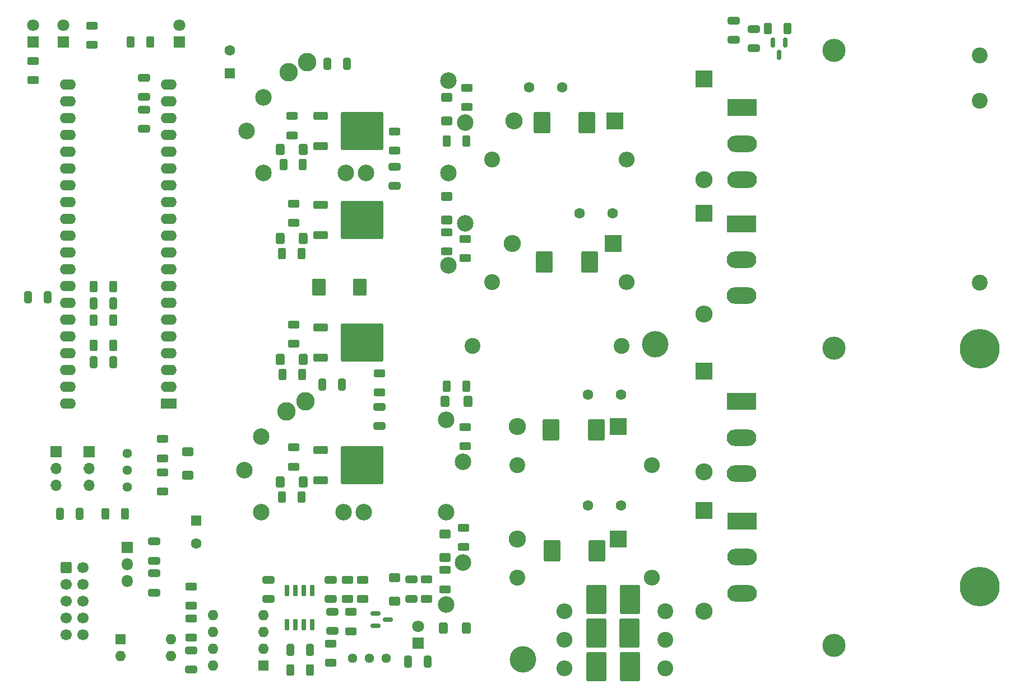
<source format=gbs>
G04 #@! TF.GenerationSoftware,KiCad,Pcbnew,7.0.2*
G04 #@! TF.CreationDate,2023-09-28T14:58:46+02:00*
G04 #@! TF.ProjectId,Module_1,4d6f6475-6c65-45f3-912e-6b696361645f,rev?*
G04 #@! TF.SameCoordinates,Original*
G04 #@! TF.FileFunction,Soldermask,Bot*
G04 #@! TF.FilePolarity,Negative*
%FSLAX46Y46*%
G04 Gerber Fmt 4.6, Leading zero omitted, Abs format (unit mm)*
G04 Created by KiCad (PCBNEW 7.0.2) date 2023-09-28 14:58:46*
%MOMM*%
%LPD*%
G01*
G04 APERTURE LIST*
G04 Aperture macros list*
%AMRoundRect*
0 Rectangle with rounded corners*
0 $1 Rounding radius*
0 $2 $3 $4 $5 $6 $7 $8 $9 X,Y pos of 4 corners*
0 Add a 4 corners polygon primitive as box body*
4,1,4,$2,$3,$4,$5,$6,$7,$8,$9,$2,$3,0*
0 Add four circle primitives for the rounded corners*
1,1,$1+$1,$2,$3*
1,1,$1+$1,$4,$5*
1,1,$1+$1,$6,$7*
1,1,$1+$1,$8,$9*
0 Add four rect primitives between the rounded corners*
20,1,$1+$1,$2,$3,$4,$5,0*
20,1,$1+$1,$4,$5,$6,$7,0*
20,1,$1+$1,$6,$7,$8,$9,0*
20,1,$1+$1,$8,$9,$2,$3,0*%
G04 Aperture macros list end*
%ADD10C,6.000000*%
%ADD11C,2.400000*%
%ADD12O,2.400000X2.400000*%
%ADD13R,2.600000X2.600000*%
%ADD14O,2.600000X2.600000*%
%ADD15R,1.600000X1.600000*%
%ADD16C,1.600000*%
%ADD17C,3.500000*%
%ADD18RoundRect,0.250000X-0.600000X-0.600000X0.600000X-0.600000X0.600000X0.600000X-0.600000X0.600000X0*%
%ADD19C,1.700000*%
%ADD20R,1.800000X1.800000*%
%ADD21C,1.800000*%
%ADD22C,4.000000*%
%ADD23R,1.700000X1.700000*%
%ADD24O,1.700000X1.700000*%
%ADD25C,2.800000*%
%ADD26O,1.600000X1.600000*%
%ADD27C,1.440000*%
%ADD28O,1.800000X1.800000*%
%ADD29R,2.400000X1.600000*%
%ADD30O,2.400000X1.600000*%
%ADD31C,2.500000*%
%ADD32RoundRect,0.250000X-0.312500X-0.625000X0.312500X-0.625000X0.312500X0.625000X-0.312500X0.625000X0*%
%ADD33RoundRect,0.250000X-0.600000X0.400000X-0.600000X-0.400000X0.600000X-0.400000X0.600000X0.400000X0*%
%ADD34RoundRect,0.250000X-0.625000X0.312500X-0.625000X-0.312500X0.625000X-0.312500X0.625000X0.312500X0*%
%ADD35RoundRect,0.250000X0.650000X-0.325000X0.650000X0.325000X-0.650000X0.325000X-0.650000X-0.325000X0*%
%ADD36RoundRect,0.250000X-0.850000X-0.350000X0.850000X-0.350000X0.850000X0.350000X-0.850000X0.350000X0*%
%ADD37RoundRect,0.249997X-2.950003X-2.650003X2.950003X-2.650003X2.950003X2.650003X-2.950003X2.650003X0*%
%ADD38RoundRect,0.250000X0.625000X-0.312500X0.625000X0.312500X-0.625000X0.312500X-0.625000X-0.312500X0*%
%ADD39R,4.500000X2.500000*%
%ADD40O,4.500000X2.500000*%
%ADD41RoundRect,0.250001X1.262499X1.974999X-1.262499X1.974999X-1.262499X-1.974999X1.262499X-1.974999X0*%
%ADD42RoundRect,0.250000X0.312500X0.625000X-0.312500X0.625000X-0.312500X-0.625000X0.312500X-0.625000X0*%
%ADD43RoundRect,0.250000X-0.400000X-0.600000X0.400000X-0.600000X0.400000X0.600000X-0.400000X0.600000X0*%
%ADD44RoundRect,0.250000X1.000000X-1.400000X1.000000X1.400000X-1.000000X1.400000X-1.000000X-1.400000X0*%
%ADD45RoundRect,0.250000X-0.650000X0.325000X-0.650000X-0.325000X0.650000X-0.325000X0.650000X0.325000X0*%
%ADD46RoundRect,0.250000X-0.325000X-0.650000X0.325000X-0.650000X0.325000X0.650000X-0.325000X0.650000X0*%
%ADD47RoundRect,0.150000X-0.150000X0.587500X-0.150000X-0.587500X0.150000X-0.587500X0.150000X0.587500X0*%
%ADD48RoundRect,0.250000X0.600000X-0.400000X0.600000X0.400000X-0.600000X0.400000X-0.600000X-0.400000X0*%
%ADD49RoundRect,0.250000X0.325000X0.650000X-0.325000X0.650000X-0.325000X-0.650000X0.325000X-0.650000X0*%
%ADD50RoundRect,0.250000X-0.787500X-1.025000X0.787500X-1.025000X0.787500X1.025000X-0.787500X1.025000X0*%
%ADD51RoundRect,0.250000X0.400000X0.600000X-0.400000X0.600000X-0.400000X-0.600000X0.400000X-0.600000X0*%
%ADD52RoundRect,0.150000X0.150000X-0.725000X0.150000X0.725000X-0.150000X0.725000X-0.150000X-0.725000X0*%
%ADD53RoundRect,0.150000X-0.587500X-0.150000X0.587500X-0.150000X0.587500X0.150000X-0.587500X0.150000X0*%
G04 APERTURE END LIST*
D10*
X206000000Y-122000000D03*
X206000000Y-86000000D03*
D11*
X158496000Y-134366000D03*
D12*
X143256000Y-134366000D03*
D13*
X164338000Y-89408000D03*
D14*
X164338000Y-104648000D03*
D11*
X206000000Y-48500000D03*
X206000000Y-76000000D03*
D15*
X87630000Y-112012349D03*
D16*
X87630000Y-115512349D03*
D17*
X184000000Y-40900000D03*
D18*
X67985000Y-119160000D03*
D19*
X70525000Y-119160000D03*
X67985000Y-121700000D03*
X70525000Y-121700000D03*
X67985000Y-124240000D03*
X70525000Y-124240000D03*
X67985000Y-126780000D03*
X70525000Y-126780000D03*
X67985000Y-129320000D03*
X70525000Y-129320000D03*
D13*
X164338000Y-45212000D03*
D14*
X164338000Y-60452000D03*
D20*
X85090000Y-39629000D03*
D21*
X85090000Y-37089000D03*
D11*
X158496000Y-130048000D03*
D12*
X143256000Y-130048000D03*
D22*
X137000000Y-133000000D03*
D23*
X66525000Y-101635000D03*
D24*
X66525000Y-104175000D03*
X66525000Y-106715000D03*
D16*
X151852000Y-92964000D03*
X146852000Y-92964000D03*
D11*
X132334000Y-75946000D03*
D12*
X152654000Y-75946000D03*
D25*
X104394000Y-42672000D03*
X104140000Y-93980000D03*
D17*
X184000000Y-130900000D03*
D13*
X164338000Y-110490000D03*
D14*
X164338000Y-125730000D03*
D13*
X164338000Y-65532000D03*
D14*
X164338000Y-80772000D03*
D15*
X97780000Y-133975000D03*
D26*
X97780000Y-131435000D03*
X97780000Y-128895000D03*
X97780000Y-126355000D03*
X90160000Y-126355000D03*
X90160000Y-128895000D03*
X90160000Y-131435000D03*
X90160000Y-133975000D03*
D11*
X136144000Y-120650000D03*
D12*
X156464000Y-120650000D03*
D27*
X77216000Y-101844000D03*
X77216000Y-104384000D03*
X77216000Y-106924000D03*
D11*
X205994000Y-41656000D03*
D15*
X92710000Y-44394000D03*
D16*
X92710000Y-40894000D03*
D13*
X151384000Y-114808000D03*
D14*
X136144000Y-114808000D03*
D23*
X71525000Y-101635000D03*
D24*
X71525000Y-104175000D03*
X71525000Y-106715000D03*
D20*
X121158000Y-130561000D03*
D21*
X121158000Y-128021000D03*
D11*
X158496000Y-125730000D03*
D12*
X143256000Y-125730000D03*
D20*
X67564000Y-39629000D03*
D21*
X67564000Y-37089000D03*
D20*
X77216000Y-116078000D03*
D28*
X77216000Y-118618000D03*
X77216000Y-121158000D03*
D16*
X142962000Y-46482000D03*
X137962000Y-46482000D03*
D20*
X62992000Y-39629000D03*
D21*
X62992000Y-37089000D03*
D11*
X132334000Y-57404000D03*
D12*
X152654000Y-57404000D03*
D13*
X150622000Y-70104000D03*
D14*
X135382000Y-70104000D03*
D11*
X151892000Y-85598000D03*
X129392000Y-85598000D03*
D29*
X83525000Y-94340000D03*
D30*
X83525000Y-91800000D03*
X83525000Y-89260000D03*
X83525000Y-86720000D03*
X83525000Y-84180000D03*
X83525000Y-81640000D03*
X83525000Y-79100000D03*
X83525000Y-76560000D03*
X83525000Y-74020000D03*
X83525000Y-71480000D03*
X83525000Y-68940000D03*
X83525000Y-66400000D03*
X83525000Y-63860000D03*
X83525000Y-61320000D03*
X83525000Y-58780000D03*
X83525000Y-56240000D03*
X83525000Y-53700000D03*
X83525000Y-51160000D03*
X83525000Y-48620000D03*
X83525000Y-46080000D03*
X68285000Y-46080000D03*
X68285000Y-48620000D03*
X68285000Y-51160000D03*
X68285000Y-53700000D03*
X68285000Y-56240000D03*
X68285000Y-58780000D03*
X68285000Y-61320000D03*
X68285000Y-63860000D03*
X68285000Y-66400000D03*
X68285000Y-68940000D03*
X68285000Y-71480000D03*
X68285000Y-74020000D03*
X68285000Y-76560000D03*
X68285000Y-79100000D03*
X68285000Y-81640000D03*
X68285000Y-84180000D03*
X68285000Y-86720000D03*
X68285000Y-89260000D03*
X68285000Y-91800000D03*
X68285000Y-94340000D03*
D16*
X150582000Y-65532000D03*
X145582000Y-65532000D03*
D15*
X76210000Y-129965000D03*
D26*
X76210000Y-132505000D03*
X83830000Y-132505000D03*
X83830000Y-129965000D03*
D13*
X151384000Y-97790000D03*
D14*
X136144000Y-97790000D03*
D13*
X150876000Y-51562000D03*
D14*
X135636000Y-51562000D03*
D11*
X136144000Y-103632000D03*
D12*
X156464000Y-103632000D03*
D31*
X97490000Y-99316000D03*
D25*
X101300000Y-95506000D03*
D31*
X94950000Y-104396000D03*
X125430000Y-96776000D03*
X127970000Y-103126000D03*
X127970000Y-118366000D03*
X125430000Y-124716000D03*
X112984000Y-110746000D03*
X109936000Y-110746000D03*
X97490000Y-110746000D03*
X125430000Y-110746000D03*
D16*
X151852000Y-109728000D03*
X146852000Y-109728000D03*
D17*
X184000000Y-85900000D03*
D31*
X97790000Y-48006000D03*
D25*
X101600000Y-44196000D03*
D31*
X95250000Y-53086000D03*
X125730000Y-45466000D03*
X128270000Y-51816000D03*
X128270000Y-67056000D03*
X125730000Y-73406000D03*
X113284000Y-59436000D03*
X110236000Y-59436000D03*
X97790000Y-59436000D03*
X125730000Y-59436000D03*
D22*
X156972000Y-85344000D03*
D27*
X111252000Y-132842000D03*
X113792000Y-132842000D03*
X116332000Y-132842000D03*
D32*
X73975500Y-110998000D03*
X76900500Y-110998000D03*
D33*
X125476000Y-48034000D03*
X125476000Y-51534000D03*
D34*
X102108000Y-50800000D03*
X102108000Y-53725000D03*
D35*
X81280000Y-122936000D03*
X81280000Y-119986000D03*
D36*
X106426000Y-105912000D03*
D37*
X112726000Y-103632000D03*
D36*
X106426000Y-101352000D03*
D38*
X122428000Y-123829000D03*
X122428000Y-120904000D03*
D39*
X170110000Y-49550000D03*
D40*
X170110000Y-55000000D03*
X170110000Y-60450000D03*
D41*
X153162000Y-123952000D03*
X148137000Y-123952000D03*
D38*
X128270000Y-100776500D03*
X128270000Y-97851500D03*
D42*
X128462500Y-91694000D03*
X125537500Y-91694000D03*
D38*
X86868000Y-129732500D03*
X86868000Y-126807500D03*
D43*
X100358000Y-69342000D03*
X103858000Y-69342000D03*
D44*
X148082000Y-98298000D03*
X141282000Y-98298000D03*
D45*
X168844000Y-36371000D03*
X168844000Y-39321000D03*
D36*
X106426000Y-55365000D03*
D37*
X112726000Y-53085000D03*
D36*
X106426000Y-50805000D03*
D38*
X82550000Y-107634500D03*
X82550000Y-104709500D03*
D45*
X81280000Y-115160000D03*
X81280000Y-118110000D03*
D42*
X176972000Y-37592000D03*
X174047000Y-37592000D03*
D45*
X115316000Y-94791000D03*
X115316000Y-97741000D03*
D46*
X72185000Y-88060000D03*
X75135000Y-88060000D03*
D41*
X153107000Y-129032000D03*
X148082000Y-129032000D03*
D45*
X86868000Y-131621000D03*
X86868000Y-134571000D03*
D38*
X110490000Y-123890500D03*
X110490000Y-120965500D03*
D45*
X79756000Y-45007000D03*
X79756000Y-47957000D03*
D42*
X103570500Y-108458000D03*
X100645500Y-108458000D03*
D38*
X128270000Y-72328500D03*
X128270000Y-69403500D03*
D46*
X101903000Y-131572000D03*
X104853000Y-131572000D03*
D47*
X174752000Y-39702500D03*
X176652000Y-39702500D03*
X175702000Y-41577500D03*
D44*
X147066000Y-72898000D03*
X140266000Y-72898000D03*
D48*
X125476000Y-66520000D03*
X125476000Y-63020000D03*
D46*
X67105000Y-110998000D03*
X70055000Y-110998000D03*
D42*
X103632000Y-89916000D03*
X100707000Y-89916000D03*
X104840500Y-134620000D03*
X101915500Y-134620000D03*
D38*
X102362000Y-66994500D03*
X102362000Y-64069500D03*
D34*
X86868000Y-121981500D03*
X86868000Y-124906500D03*
D48*
X117602000Y-124178000D03*
X117602000Y-120678000D03*
X86360000Y-105128000D03*
X86360000Y-101628000D03*
D45*
X171892000Y-37641000D03*
X171892000Y-40591000D03*
D49*
X122633000Y-133350000D03*
X119683000Y-133350000D03*
D32*
X77785500Y-39624000D03*
X80710500Y-39624000D03*
D45*
X107950000Y-120953000D03*
X107950000Y-123903000D03*
D38*
X117602000Y-56072500D03*
X117602000Y-53147500D03*
D50*
X106172000Y-76708000D03*
X112397000Y-76708000D03*
D49*
X65229000Y-78232000D03*
X62279000Y-78232000D03*
D36*
X106426000Y-68827000D03*
D37*
X112726000Y-66547000D03*
D36*
X106426000Y-64267000D03*
D43*
X100358000Y-106172000D03*
X103858000Y-106172000D03*
D46*
X72185000Y-79170000D03*
X75135000Y-79170000D03*
D32*
X72197500Y-81710000D03*
X75122500Y-81710000D03*
D42*
X103570500Y-71628000D03*
X100645500Y-71628000D03*
D38*
X102362000Y-103886000D03*
X102362000Y-100961000D03*
D39*
X170000000Y-94000000D03*
D40*
X170000000Y-99450000D03*
X170000000Y-104900000D03*
D51*
X128496000Y-128270000D03*
X124996000Y-128270000D03*
D38*
X62992000Y-45404500D03*
X62992000Y-42479500D03*
D39*
X170000000Y-67100000D03*
D40*
X170000000Y-72550000D03*
X170000000Y-78000000D03*
D41*
X153162000Y-134112000D03*
X148137000Y-134112000D03*
D34*
X102362000Y-82357500D03*
X102362000Y-85282500D03*
D45*
X120142000Y-120904000D03*
X120142000Y-123854000D03*
D38*
X125476000Y-71312500D03*
X125476000Y-68387500D03*
D44*
X146656000Y-51816000D03*
X139856000Y-51816000D03*
D34*
X107950000Y-130617500D03*
X107950000Y-133542500D03*
D45*
X117602000Y-58469000D03*
X117602000Y-61419000D03*
D44*
X148180000Y-116586000D03*
X141380000Y-116586000D03*
D45*
X108204000Y-125779000D03*
X108204000Y-128729000D03*
D48*
X125222000Y-117574000D03*
X125222000Y-114074000D03*
D42*
X75122500Y-85520000D03*
X72197500Y-85520000D03*
D38*
X82550000Y-102616000D03*
X82550000Y-99691000D03*
D36*
X106426000Y-87370000D03*
D37*
X112726000Y-85090000D03*
D36*
X106426000Y-82810000D03*
D38*
X128524000Y-49468500D03*
X128524000Y-46543500D03*
D39*
X170110000Y-112100000D03*
D40*
X170110000Y-117550000D03*
X170110000Y-123000000D03*
D38*
X125222000Y-122428000D03*
X125222000Y-119503000D03*
D52*
X105156000Y-127741000D03*
X103886000Y-127741000D03*
X102616000Y-127741000D03*
X101346000Y-127741000D03*
X101346000Y-122591000D03*
X102616000Y-122591000D03*
X103886000Y-122591000D03*
X105156000Y-122591000D03*
D49*
X109679000Y-91440000D03*
X106729000Y-91440000D03*
D42*
X75122500Y-76630000D03*
X72197500Y-76630000D03*
D43*
X100358000Y-87630000D03*
X103858000Y-87630000D03*
D34*
X128016000Y-113091500D03*
X128016000Y-116016500D03*
D42*
X103763000Y-58166000D03*
X100838000Y-58166000D03*
D34*
X110998000Y-125853000D03*
X110998000Y-128778000D03*
D42*
X128462500Y-54610000D03*
X125537500Y-54610000D03*
D53*
X114711000Y-127950000D03*
X114711000Y-126050000D03*
X116586000Y-127000000D03*
D43*
X100358000Y-55880000D03*
X103858000Y-55880000D03*
D38*
X115316000Y-92648500D03*
X115316000Y-89723500D03*
X71882000Y-40070500D03*
X71882000Y-37145500D03*
D45*
X98552000Y-120953000D03*
X98552000Y-123903000D03*
D35*
X79756000Y-52783000D03*
X79756000Y-49833000D03*
D34*
X112776000Y-120965500D03*
X112776000Y-123890500D03*
D43*
X125250000Y-93980000D03*
X128750000Y-93980000D03*
D49*
X110441000Y-42926000D03*
X107491000Y-42926000D03*
M02*

</source>
